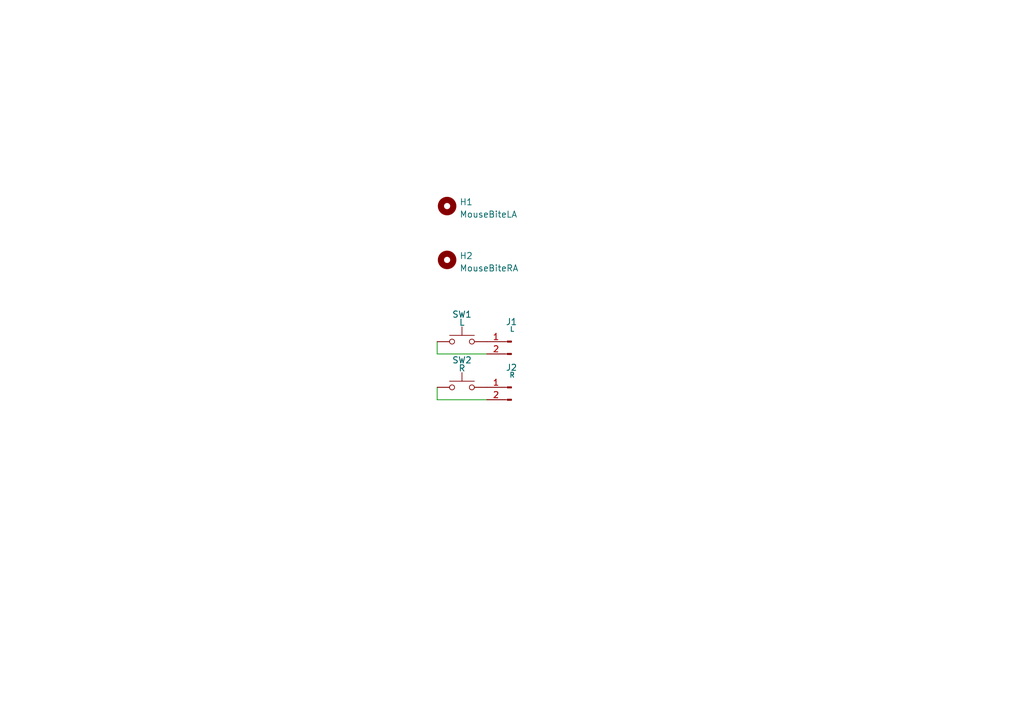
<source format=kicad_sch>
(kicad_sch (version 20211123) (generator eeschema)
  (paper "A5")
  (lib_symbols
    (symbol "Connector:Conn_01x02_Male" (pin_names (offset 1.016) hide)
      (property "Reference" "J" (at 0 2.54 0))
      (property "Value" "Conn_01x02_Male" (at 0 -5.08 0))
      (symbol "Conn_01x02_Male_1_1"
        (polyline (pts (xy 1.27 -2.54) (xy 0.8636 -2.54)) (stroke (width 0.1524)))
        (polyline (pts (xy 1.27 0) (xy 0.8636 0)) (stroke (width 0.1524)))
        (rectangle (start 0.8636 -2.413) (end 0 -2.667) (stroke (width 0.1524)) (fill (type outline)))
        (rectangle (start 0.8636 0.127) (end 0 -0.127) (stroke (width 0.1524)) (fill (type outline)))
        (pin passive line (at 5.08 0 180) (length 3.81) (name "Pin_1") (number "1"))
        (pin passive line (at 5.08 -2.54 180) (length 3.81) (name "Pin_2") (number "2"))
      )
    )
    (symbol "Mechanical:MountingHole" (pin_names (offset 1.016))
      (property "Reference" "H" (at 0 5.08 0))
      (property "Value" "MountingHole" (at 0 3.175 0))
      (symbol "MountingHole_0_1"
        (circle (center 0 0) (radius 1.27) (stroke (width 1.27)))
      )
    )
    (symbol "SW_Push_1" (pin_numbers hide) (pin_names (offset 1.016) hide)
      (property "Reference" "SW13" (at 0 5.588 0))
      (property "Value" "SW_Push_1" (at 0 3.937 0))
      (symbol "SW_Push_1_0_1"
        (circle (center -2.032 0) (radius 0.508))
        (polyline (pts (xy 0 1.27) (xy 0 3.048)))
        (polyline (pts (xy 2.54 1.27) (xy -2.54 1.27)))
        (circle (center 2.032 0) (radius 0.508))
        (pin passive line (at 5.08 0 180) (length 2.54) (name "1") (number "1"))
        (pin passive line (at -5.08 0 0) (length 2.54) (name "2") (number "2"))
      )
    )
    (symbol "SW_Push_2" (pin_numbers hide) (pin_names (offset 1.016) hide)
      (property "Reference" "SW14" (at 0 5.588 0))
      (property "Value" "SW_Push_2" (at 0 3.937 0))
      (symbol "SW_Push_2_0_1"
        (circle (center -2.032 0) (radius 0.508))
        (polyline (pts (xy 0 1.27) (xy 0 3.048)))
        (polyline (pts (xy 2.54 1.27) (xy -2.54 1.27)))
        (circle (center 2.032 0) (radius 0.508))
        (pin passive line (at 5.08 0 180) (length 2.54) (name "1") (number "1"))
        (pin passive line (at -5.08 0 0) (length 2.54) (name "2") (number "2"))
      )
    )
  )
  (wire (pts (xy 89.662 79.502) (xy 89.662 82.042)))
  (wire (pts (xy 89.662 82.042) (xy 99.822 82.042)))
  (wire (pts (xy 89.662 72.644) (xy 99.822 72.644)))
  (wire (pts (xy 89.662 70.104) (xy 89.662 72.644)))
  (symbol (lib_id "Connector:Conn_01x02_Male") (at 104.902 79.502 0) (mirror y) (unit 1)
    (property "Reference" "J2" (at 104.902 75.438 0))
    (property "Value" "R" (at 105.029 76.962 0) (effects (font (size 1 1))))
    (property "Footprint" "PhobGCC_Footprints:Pin_Header_Straight_1x02_Pitch2.54mm" (effects hide))
  )
  (symbol (lib_name "SW_Push_2") (lib_id "Switch:SW_Push") (at 94.742 79.502 0) (unit 1)
    (property "Reference" "SW2" (at 94.742 73.914 0))
    (property "Value" "R" (at 94.742 75.565 0))
    (property "Footprint" "PhobGCC_Footprints:Trigger_Contact" (effects hide))
  )
  (symbol (lib_name "SW_Push_1") (lib_id "Switch:SW_Push") (at 94.742 70.104 0) (unit 1)
    (property "Reference" "SW1" (at 94.742 64.516 0))
    (property "Value" "L" (at 94.742 66.167 0))
    (property "Footprint" "PhobGCC_Footprints:Trigger_Contact" (effects hide))
  )
  (symbol (lib_id "Mechanical:MountingHole") (at 91.694 42.291 0) (unit 1)
    (property "Reference" "H1" (at 94.234 41.4563 0) (effects (justify left)))
    (property "Value" "MouseBiteLA" (at 94.234 43.9932 0) (effects (justify left)))
    (property "Footprint" "PhobGCC_Footprints:breakaway-mousebites-double" (effects hide))
  )
  (symbol (lib_id "Mechanical:MountingHole") (at 91.694 53.34 0) (unit 1)
    (property "Reference" "H2" (at 94.234 52.5053 0) (effects (justify left)))
    (property "Value" "MouseBiteRA" (at 94.234 55.0422 0) (effects (justify left)))
    (property "Footprint" "PhobGCC_Footprints:breakaway-mousebites-double" (effects hide))
  )
  (symbol (lib_id "Connector:Conn_01x02_Male") (at 104.902 70.104 0) (mirror y) (unit 1)
    (property "Reference" "J1" (at 104.902 66.04 0))
    (property "Value" "L" (at 105.029 67.564 0) (effects (font (size 1 1))))
    (property "Footprint" "PhobGCC_Footprints:Pin_Header_Straight_1x02_Pitch2.54mm" (effects hide))
  )
)
</source>
